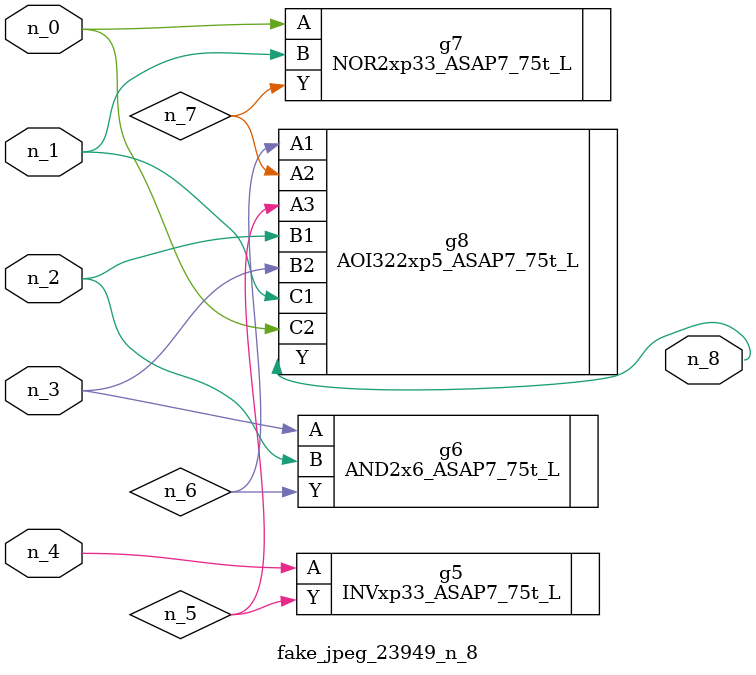
<source format=v>
module fake_jpeg_23949_n_8 (n_3, n_2, n_1, n_0, n_4, n_8);

input n_3;
input n_2;
input n_1;
input n_0;
input n_4;

output n_8;

wire n_6;
wire n_5;
wire n_7;

INVxp33_ASAP7_75t_L g5 ( 
.A(n_4),
.Y(n_5)
);

AND2x6_ASAP7_75t_L g6 ( 
.A(n_3),
.B(n_2),
.Y(n_6)
);

NOR2xp33_ASAP7_75t_L g7 ( 
.A(n_0),
.B(n_1),
.Y(n_7)
);

AOI322xp5_ASAP7_75t_L g8 ( 
.A1(n_6),
.A2(n_7),
.A3(n_5),
.B1(n_2),
.B2(n_3),
.C1(n_1),
.C2(n_0),
.Y(n_8)
);


endmodule
</source>
